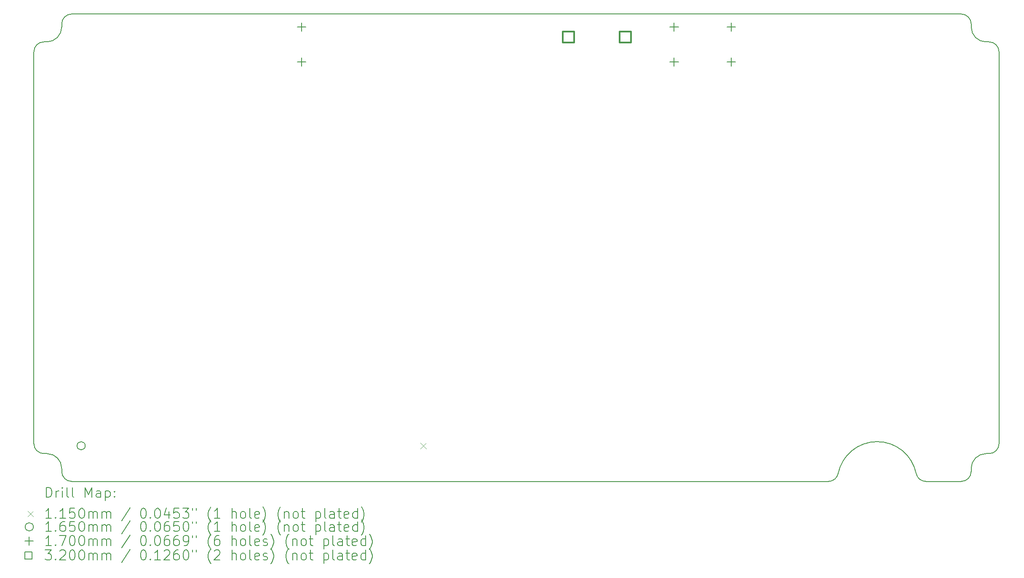
<source format=gbr>
%TF.GenerationSoftware,KiCad,Pcbnew,6.0.10-86aedd382b~118~ubuntu22.04.1*%
%TF.CreationDate,2023-02-15T17:35:33+01:00*%
%TF.ProjectId,bottom-board,626f7474-6f6d-42d6-926f-6172642e6b69,rev?*%
%TF.SameCoordinates,Original*%
%TF.FileFunction,Drillmap*%
%TF.FilePolarity,Positive*%
%FSLAX45Y45*%
G04 Gerber Fmt 4.5, Leading zero omitted, Abs format (unit mm)*
G04 Created by KiCad (PCBNEW 6.0.10-86aedd382b~118~ubuntu22.04.1) date 2023-02-15 17:35:33*
%MOMM*%
%LPD*%
G01*
G04 APERTURE LIST*
%ADD10C,0.200000*%
%ADD11C,0.115000*%
%ADD12C,0.165000*%
%ADD13C,0.170000*%
%ADD14C,0.320000*%
G04 APERTURE END LIST*
D10*
X6091000Y-4703000D02*
X6151000Y-4703000D01*
X6451000Y-13343000D02*
G75*
G03*
X6651000Y-13543000I200000J0D01*
G01*
X6651000Y-4143000D02*
G75*
G03*
X6451000Y-4343000I0J-200000D01*
G01*
X24731000Y-4343000D02*
G75*
G03*
X24531000Y-4143000I-200000J0D01*
G01*
X25291000Y-4903000D02*
X25291000Y-12783000D01*
X23624841Y-13382999D02*
G75*
G03*
X23820925Y-13543000I195959J39999D01*
G01*
X5891000Y-4903000D02*
X5891000Y-12783000D01*
X23624837Y-13383000D02*
G75*
G03*
X22057236Y-13382643I-783837J-160000D01*
G01*
X24731000Y-4403000D02*
G75*
G03*
X25031000Y-4703000I300000J0D01*
G01*
X21861204Y-13543004D02*
G75*
G03*
X22057189Y-13382874I-4J200004D01*
G01*
X24531000Y-13543000D02*
X23820796Y-13543000D01*
X25031000Y-4703000D02*
X25091000Y-4703000D01*
X6451000Y-4403000D02*
X6451000Y-4343000D01*
X24731000Y-4343000D02*
X24731000Y-4403000D01*
X6651000Y-4143000D02*
X24531000Y-4143000D01*
X25031000Y-12983000D02*
G75*
G03*
X24731000Y-13283000I0J-300000D01*
G01*
X6091000Y-4703000D02*
G75*
G03*
X5891000Y-4903000I0J-200000D01*
G01*
X6451000Y-13343000D02*
X6451000Y-13283000D01*
X25291000Y-4903000D02*
G75*
G03*
X25091000Y-4703000I-200000J0D01*
G01*
X6451000Y-13283000D02*
G75*
G03*
X6151000Y-12983000I-300000J0D01*
G01*
X21861204Y-13543000D02*
X6651000Y-13543000D01*
X24531000Y-13543000D02*
G75*
G03*
X24731000Y-13343000I0J200000D01*
G01*
X6091000Y-12983000D02*
X6151000Y-12983000D01*
X25091000Y-12983000D02*
G75*
G03*
X25291000Y-12783000I0J200000D01*
G01*
X5891000Y-12783000D02*
G75*
G03*
X6091000Y-12983000I200000J0D01*
G01*
X25091000Y-12983000D02*
X25031000Y-12983000D01*
X24731000Y-13283000D02*
X24731000Y-13343000D01*
X6151000Y-4703000D02*
G75*
G03*
X6451000Y-4403000I0J300000D01*
G01*
D11*
X13663500Y-12768500D02*
X13778500Y-12883500D01*
X13778500Y-12768500D02*
X13663500Y-12883500D01*
D12*
X6923500Y-12826000D02*
G75*
G03*
X6923500Y-12826000I-82500J0D01*
G01*
D13*
X11271000Y-4318000D02*
X11271000Y-4488000D01*
X11186000Y-4403000D02*
X11356000Y-4403000D01*
X11271000Y-5018000D02*
X11271000Y-5188000D01*
X11186000Y-5103000D02*
X11356000Y-5103000D01*
X18761000Y-4318000D02*
X18761000Y-4488000D01*
X18676000Y-4403000D02*
X18846000Y-4403000D01*
X18761000Y-5018000D02*
X18761000Y-5188000D01*
X18676000Y-5103000D02*
X18846000Y-5103000D01*
X19911000Y-4318000D02*
X19911000Y-4488000D01*
X19826000Y-4403000D02*
X19996000Y-4403000D01*
X19911000Y-5018000D02*
X19911000Y-5188000D01*
X19826000Y-5103000D02*
X19996000Y-5103000D01*
D14*
X16750638Y-4719138D02*
X16750638Y-4492862D01*
X16524362Y-4492862D01*
X16524362Y-4719138D01*
X16750638Y-4719138D01*
X17893638Y-4719138D02*
X17893638Y-4492862D01*
X17667362Y-4492862D01*
X17667362Y-4719138D01*
X17893638Y-4719138D01*
D10*
X6138619Y-13863476D02*
X6138619Y-13663476D01*
X6186238Y-13663476D01*
X6214809Y-13673000D01*
X6233857Y-13692048D01*
X6243381Y-13711095D01*
X6252905Y-13749190D01*
X6252905Y-13777762D01*
X6243381Y-13815857D01*
X6233857Y-13834905D01*
X6214809Y-13853952D01*
X6186238Y-13863476D01*
X6138619Y-13863476D01*
X6338619Y-13863476D02*
X6338619Y-13730143D01*
X6338619Y-13768238D02*
X6348143Y-13749190D01*
X6357667Y-13739667D01*
X6376714Y-13730143D01*
X6395762Y-13730143D01*
X6462428Y-13863476D02*
X6462428Y-13730143D01*
X6462428Y-13663476D02*
X6452905Y-13673000D01*
X6462428Y-13682524D01*
X6471952Y-13673000D01*
X6462428Y-13663476D01*
X6462428Y-13682524D01*
X6586238Y-13863476D02*
X6567190Y-13853952D01*
X6557667Y-13834905D01*
X6557667Y-13663476D01*
X6691000Y-13863476D02*
X6671952Y-13853952D01*
X6662428Y-13834905D01*
X6662428Y-13663476D01*
X6919571Y-13863476D02*
X6919571Y-13663476D01*
X6986238Y-13806333D01*
X7052905Y-13663476D01*
X7052905Y-13863476D01*
X7233857Y-13863476D02*
X7233857Y-13758714D01*
X7224333Y-13739667D01*
X7205286Y-13730143D01*
X7167190Y-13730143D01*
X7148143Y-13739667D01*
X7233857Y-13853952D02*
X7214809Y-13863476D01*
X7167190Y-13863476D01*
X7148143Y-13853952D01*
X7138619Y-13834905D01*
X7138619Y-13815857D01*
X7148143Y-13796809D01*
X7167190Y-13787286D01*
X7214809Y-13787286D01*
X7233857Y-13777762D01*
X7329095Y-13730143D02*
X7329095Y-13930143D01*
X7329095Y-13739667D02*
X7348143Y-13730143D01*
X7386238Y-13730143D01*
X7405286Y-13739667D01*
X7414809Y-13749190D01*
X7424333Y-13768238D01*
X7424333Y-13825381D01*
X7414809Y-13844428D01*
X7405286Y-13853952D01*
X7386238Y-13863476D01*
X7348143Y-13863476D01*
X7329095Y-13853952D01*
X7510048Y-13844428D02*
X7519571Y-13853952D01*
X7510048Y-13863476D01*
X7500524Y-13853952D01*
X7510048Y-13844428D01*
X7510048Y-13863476D01*
X7510048Y-13739667D02*
X7519571Y-13749190D01*
X7510048Y-13758714D01*
X7500524Y-13749190D01*
X7510048Y-13739667D01*
X7510048Y-13758714D01*
D11*
X5766000Y-14135500D02*
X5881000Y-14250500D01*
X5881000Y-14135500D02*
X5766000Y-14250500D01*
D10*
X6243381Y-14283476D02*
X6129095Y-14283476D01*
X6186238Y-14283476D02*
X6186238Y-14083476D01*
X6167190Y-14112048D01*
X6148143Y-14131095D01*
X6129095Y-14140619D01*
X6329095Y-14264428D02*
X6338619Y-14273952D01*
X6329095Y-14283476D01*
X6319571Y-14273952D01*
X6329095Y-14264428D01*
X6329095Y-14283476D01*
X6529095Y-14283476D02*
X6414809Y-14283476D01*
X6471952Y-14283476D02*
X6471952Y-14083476D01*
X6452905Y-14112048D01*
X6433857Y-14131095D01*
X6414809Y-14140619D01*
X6710048Y-14083476D02*
X6614809Y-14083476D01*
X6605286Y-14178714D01*
X6614809Y-14169190D01*
X6633857Y-14159667D01*
X6681476Y-14159667D01*
X6700524Y-14169190D01*
X6710048Y-14178714D01*
X6719571Y-14197762D01*
X6719571Y-14245381D01*
X6710048Y-14264428D01*
X6700524Y-14273952D01*
X6681476Y-14283476D01*
X6633857Y-14283476D01*
X6614809Y-14273952D01*
X6605286Y-14264428D01*
X6843381Y-14083476D02*
X6862428Y-14083476D01*
X6881476Y-14093000D01*
X6891000Y-14102524D01*
X6900524Y-14121571D01*
X6910048Y-14159667D01*
X6910048Y-14207286D01*
X6900524Y-14245381D01*
X6891000Y-14264428D01*
X6881476Y-14273952D01*
X6862428Y-14283476D01*
X6843381Y-14283476D01*
X6824333Y-14273952D01*
X6814809Y-14264428D01*
X6805286Y-14245381D01*
X6795762Y-14207286D01*
X6795762Y-14159667D01*
X6805286Y-14121571D01*
X6814809Y-14102524D01*
X6824333Y-14093000D01*
X6843381Y-14083476D01*
X6995762Y-14283476D02*
X6995762Y-14150143D01*
X6995762Y-14169190D02*
X7005286Y-14159667D01*
X7024333Y-14150143D01*
X7052905Y-14150143D01*
X7071952Y-14159667D01*
X7081476Y-14178714D01*
X7081476Y-14283476D01*
X7081476Y-14178714D02*
X7091000Y-14159667D01*
X7110048Y-14150143D01*
X7138619Y-14150143D01*
X7157667Y-14159667D01*
X7167190Y-14178714D01*
X7167190Y-14283476D01*
X7262428Y-14283476D02*
X7262428Y-14150143D01*
X7262428Y-14169190D02*
X7271952Y-14159667D01*
X7291000Y-14150143D01*
X7319571Y-14150143D01*
X7338619Y-14159667D01*
X7348143Y-14178714D01*
X7348143Y-14283476D01*
X7348143Y-14178714D02*
X7357667Y-14159667D01*
X7376714Y-14150143D01*
X7405286Y-14150143D01*
X7424333Y-14159667D01*
X7433857Y-14178714D01*
X7433857Y-14283476D01*
X7824333Y-14073952D02*
X7652905Y-14331095D01*
X8081476Y-14083476D02*
X8100524Y-14083476D01*
X8119571Y-14093000D01*
X8129095Y-14102524D01*
X8138619Y-14121571D01*
X8148143Y-14159667D01*
X8148143Y-14207286D01*
X8138619Y-14245381D01*
X8129095Y-14264428D01*
X8119571Y-14273952D01*
X8100524Y-14283476D01*
X8081476Y-14283476D01*
X8062428Y-14273952D01*
X8052905Y-14264428D01*
X8043381Y-14245381D01*
X8033857Y-14207286D01*
X8033857Y-14159667D01*
X8043381Y-14121571D01*
X8052905Y-14102524D01*
X8062428Y-14093000D01*
X8081476Y-14083476D01*
X8233857Y-14264428D02*
X8243381Y-14273952D01*
X8233857Y-14283476D01*
X8224333Y-14273952D01*
X8233857Y-14264428D01*
X8233857Y-14283476D01*
X8367190Y-14083476D02*
X8386238Y-14083476D01*
X8405286Y-14093000D01*
X8414810Y-14102524D01*
X8424333Y-14121571D01*
X8433857Y-14159667D01*
X8433857Y-14207286D01*
X8424333Y-14245381D01*
X8414810Y-14264428D01*
X8405286Y-14273952D01*
X8386238Y-14283476D01*
X8367190Y-14283476D01*
X8348143Y-14273952D01*
X8338619Y-14264428D01*
X8329095Y-14245381D01*
X8319571Y-14207286D01*
X8319571Y-14159667D01*
X8329095Y-14121571D01*
X8338619Y-14102524D01*
X8348143Y-14093000D01*
X8367190Y-14083476D01*
X8605286Y-14150143D02*
X8605286Y-14283476D01*
X8557667Y-14073952D02*
X8510048Y-14216809D01*
X8633857Y-14216809D01*
X8805286Y-14083476D02*
X8710048Y-14083476D01*
X8700524Y-14178714D01*
X8710048Y-14169190D01*
X8729095Y-14159667D01*
X8776714Y-14159667D01*
X8795762Y-14169190D01*
X8805286Y-14178714D01*
X8814810Y-14197762D01*
X8814810Y-14245381D01*
X8805286Y-14264428D01*
X8795762Y-14273952D01*
X8776714Y-14283476D01*
X8729095Y-14283476D01*
X8710048Y-14273952D01*
X8700524Y-14264428D01*
X8881476Y-14083476D02*
X9005286Y-14083476D01*
X8938619Y-14159667D01*
X8967190Y-14159667D01*
X8986238Y-14169190D01*
X8995762Y-14178714D01*
X9005286Y-14197762D01*
X9005286Y-14245381D01*
X8995762Y-14264428D01*
X8986238Y-14273952D01*
X8967190Y-14283476D01*
X8910048Y-14283476D01*
X8891000Y-14273952D01*
X8881476Y-14264428D01*
X9081476Y-14083476D02*
X9081476Y-14121571D01*
X9157667Y-14083476D02*
X9157667Y-14121571D01*
X9452905Y-14359667D02*
X9443381Y-14350143D01*
X9424333Y-14321571D01*
X9414810Y-14302524D01*
X9405286Y-14273952D01*
X9395762Y-14226333D01*
X9395762Y-14188238D01*
X9405286Y-14140619D01*
X9414810Y-14112048D01*
X9424333Y-14093000D01*
X9443381Y-14064428D01*
X9452905Y-14054905D01*
X9633857Y-14283476D02*
X9519571Y-14283476D01*
X9576714Y-14283476D02*
X9576714Y-14083476D01*
X9557667Y-14112048D01*
X9538619Y-14131095D01*
X9519571Y-14140619D01*
X9871952Y-14283476D02*
X9871952Y-14083476D01*
X9957667Y-14283476D02*
X9957667Y-14178714D01*
X9948143Y-14159667D01*
X9929095Y-14150143D01*
X9900524Y-14150143D01*
X9881476Y-14159667D01*
X9871952Y-14169190D01*
X10081476Y-14283476D02*
X10062429Y-14273952D01*
X10052905Y-14264428D01*
X10043381Y-14245381D01*
X10043381Y-14188238D01*
X10052905Y-14169190D01*
X10062429Y-14159667D01*
X10081476Y-14150143D01*
X10110048Y-14150143D01*
X10129095Y-14159667D01*
X10138619Y-14169190D01*
X10148143Y-14188238D01*
X10148143Y-14245381D01*
X10138619Y-14264428D01*
X10129095Y-14273952D01*
X10110048Y-14283476D01*
X10081476Y-14283476D01*
X10262429Y-14283476D02*
X10243381Y-14273952D01*
X10233857Y-14254905D01*
X10233857Y-14083476D01*
X10414810Y-14273952D02*
X10395762Y-14283476D01*
X10357667Y-14283476D01*
X10338619Y-14273952D01*
X10329095Y-14254905D01*
X10329095Y-14178714D01*
X10338619Y-14159667D01*
X10357667Y-14150143D01*
X10395762Y-14150143D01*
X10414810Y-14159667D01*
X10424333Y-14178714D01*
X10424333Y-14197762D01*
X10329095Y-14216809D01*
X10491000Y-14359667D02*
X10500524Y-14350143D01*
X10519571Y-14321571D01*
X10529095Y-14302524D01*
X10538619Y-14273952D01*
X10548143Y-14226333D01*
X10548143Y-14188238D01*
X10538619Y-14140619D01*
X10529095Y-14112048D01*
X10519571Y-14093000D01*
X10500524Y-14064428D01*
X10491000Y-14054905D01*
X10852905Y-14359667D02*
X10843381Y-14350143D01*
X10824333Y-14321571D01*
X10814810Y-14302524D01*
X10805286Y-14273952D01*
X10795762Y-14226333D01*
X10795762Y-14188238D01*
X10805286Y-14140619D01*
X10814810Y-14112048D01*
X10824333Y-14093000D01*
X10843381Y-14064428D01*
X10852905Y-14054905D01*
X10929095Y-14150143D02*
X10929095Y-14283476D01*
X10929095Y-14169190D02*
X10938619Y-14159667D01*
X10957667Y-14150143D01*
X10986238Y-14150143D01*
X11005286Y-14159667D01*
X11014810Y-14178714D01*
X11014810Y-14283476D01*
X11138619Y-14283476D02*
X11119571Y-14273952D01*
X11110048Y-14264428D01*
X11100524Y-14245381D01*
X11100524Y-14188238D01*
X11110048Y-14169190D01*
X11119571Y-14159667D01*
X11138619Y-14150143D01*
X11167190Y-14150143D01*
X11186238Y-14159667D01*
X11195762Y-14169190D01*
X11205286Y-14188238D01*
X11205286Y-14245381D01*
X11195762Y-14264428D01*
X11186238Y-14273952D01*
X11167190Y-14283476D01*
X11138619Y-14283476D01*
X11262428Y-14150143D02*
X11338619Y-14150143D01*
X11291000Y-14083476D02*
X11291000Y-14254905D01*
X11300524Y-14273952D01*
X11319571Y-14283476D01*
X11338619Y-14283476D01*
X11557667Y-14150143D02*
X11557667Y-14350143D01*
X11557667Y-14159667D02*
X11576714Y-14150143D01*
X11614809Y-14150143D01*
X11633857Y-14159667D01*
X11643381Y-14169190D01*
X11652905Y-14188238D01*
X11652905Y-14245381D01*
X11643381Y-14264428D01*
X11633857Y-14273952D01*
X11614809Y-14283476D01*
X11576714Y-14283476D01*
X11557667Y-14273952D01*
X11767190Y-14283476D02*
X11748143Y-14273952D01*
X11738619Y-14254905D01*
X11738619Y-14083476D01*
X11929095Y-14283476D02*
X11929095Y-14178714D01*
X11919571Y-14159667D01*
X11900524Y-14150143D01*
X11862428Y-14150143D01*
X11843381Y-14159667D01*
X11929095Y-14273952D02*
X11910048Y-14283476D01*
X11862428Y-14283476D01*
X11843381Y-14273952D01*
X11833857Y-14254905D01*
X11833857Y-14235857D01*
X11843381Y-14216809D01*
X11862428Y-14207286D01*
X11910048Y-14207286D01*
X11929095Y-14197762D01*
X11995762Y-14150143D02*
X12071952Y-14150143D01*
X12024333Y-14083476D02*
X12024333Y-14254905D01*
X12033857Y-14273952D01*
X12052905Y-14283476D01*
X12071952Y-14283476D01*
X12214809Y-14273952D02*
X12195762Y-14283476D01*
X12157667Y-14283476D01*
X12138619Y-14273952D01*
X12129095Y-14254905D01*
X12129095Y-14178714D01*
X12138619Y-14159667D01*
X12157667Y-14150143D01*
X12195762Y-14150143D01*
X12214809Y-14159667D01*
X12224333Y-14178714D01*
X12224333Y-14197762D01*
X12129095Y-14216809D01*
X12395762Y-14283476D02*
X12395762Y-14083476D01*
X12395762Y-14273952D02*
X12376714Y-14283476D01*
X12338619Y-14283476D01*
X12319571Y-14273952D01*
X12310048Y-14264428D01*
X12300524Y-14245381D01*
X12300524Y-14188238D01*
X12310048Y-14169190D01*
X12319571Y-14159667D01*
X12338619Y-14150143D01*
X12376714Y-14150143D01*
X12395762Y-14159667D01*
X12471952Y-14359667D02*
X12481476Y-14350143D01*
X12500524Y-14321571D01*
X12510048Y-14302524D01*
X12519571Y-14273952D01*
X12529095Y-14226333D01*
X12529095Y-14188238D01*
X12519571Y-14140619D01*
X12510048Y-14112048D01*
X12500524Y-14093000D01*
X12481476Y-14064428D01*
X12471952Y-14054905D01*
D12*
X5881000Y-14457000D02*
G75*
G03*
X5881000Y-14457000I-82500J0D01*
G01*
D10*
X6243381Y-14547476D02*
X6129095Y-14547476D01*
X6186238Y-14547476D02*
X6186238Y-14347476D01*
X6167190Y-14376048D01*
X6148143Y-14395095D01*
X6129095Y-14404619D01*
X6329095Y-14528428D02*
X6338619Y-14537952D01*
X6329095Y-14547476D01*
X6319571Y-14537952D01*
X6329095Y-14528428D01*
X6329095Y-14547476D01*
X6510048Y-14347476D02*
X6471952Y-14347476D01*
X6452905Y-14357000D01*
X6443381Y-14366524D01*
X6424333Y-14395095D01*
X6414809Y-14433190D01*
X6414809Y-14509381D01*
X6424333Y-14528428D01*
X6433857Y-14537952D01*
X6452905Y-14547476D01*
X6491000Y-14547476D01*
X6510048Y-14537952D01*
X6519571Y-14528428D01*
X6529095Y-14509381D01*
X6529095Y-14461762D01*
X6519571Y-14442714D01*
X6510048Y-14433190D01*
X6491000Y-14423667D01*
X6452905Y-14423667D01*
X6433857Y-14433190D01*
X6424333Y-14442714D01*
X6414809Y-14461762D01*
X6710048Y-14347476D02*
X6614809Y-14347476D01*
X6605286Y-14442714D01*
X6614809Y-14433190D01*
X6633857Y-14423667D01*
X6681476Y-14423667D01*
X6700524Y-14433190D01*
X6710048Y-14442714D01*
X6719571Y-14461762D01*
X6719571Y-14509381D01*
X6710048Y-14528428D01*
X6700524Y-14537952D01*
X6681476Y-14547476D01*
X6633857Y-14547476D01*
X6614809Y-14537952D01*
X6605286Y-14528428D01*
X6843381Y-14347476D02*
X6862428Y-14347476D01*
X6881476Y-14357000D01*
X6891000Y-14366524D01*
X6900524Y-14385571D01*
X6910048Y-14423667D01*
X6910048Y-14471286D01*
X6900524Y-14509381D01*
X6891000Y-14528428D01*
X6881476Y-14537952D01*
X6862428Y-14547476D01*
X6843381Y-14547476D01*
X6824333Y-14537952D01*
X6814809Y-14528428D01*
X6805286Y-14509381D01*
X6795762Y-14471286D01*
X6795762Y-14423667D01*
X6805286Y-14385571D01*
X6814809Y-14366524D01*
X6824333Y-14357000D01*
X6843381Y-14347476D01*
X6995762Y-14547476D02*
X6995762Y-14414143D01*
X6995762Y-14433190D02*
X7005286Y-14423667D01*
X7024333Y-14414143D01*
X7052905Y-14414143D01*
X7071952Y-14423667D01*
X7081476Y-14442714D01*
X7081476Y-14547476D01*
X7081476Y-14442714D02*
X7091000Y-14423667D01*
X7110048Y-14414143D01*
X7138619Y-14414143D01*
X7157667Y-14423667D01*
X7167190Y-14442714D01*
X7167190Y-14547476D01*
X7262428Y-14547476D02*
X7262428Y-14414143D01*
X7262428Y-14433190D02*
X7271952Y-14423667D01*
X7291000Y-14414143D01*
X7319571Y-14414143D01*
X7338619Y-14423667D01*
X7348143Y-14442714D01*
X7348143Y-14547476D01*
X7348143Y-14442714D02*
X7357667Y-14423667D01*
X7376714Y-14414143D01*
X7405286Y-14414143D01*
X7424333Y-14423667D01*
X7433857Y-14442714D01*
X7433857Y-14547476D01*
X7824333Y-14337952D02*
X7652905Y-14595095D01*
X8081476Y-14347476D02*
X8100524Y-14347476D01*
X8119571Y-14357000D01*
X8129095Y-14366524D01*
X8138619Y-14385571D01*
X8148143Y-14423667D01*
X8148143Y-14471286D01*
X8138619Y-14509381D01*
X8129095Y-14528428D01*
X8119571Y-14537952D01*
X8100524Y-14547476D01*
X8081476Y-14547476D01*
X8062428Y-14537952D01*
X8052905Y-14528428D01*
X8043381Y-14509381D01*
X8033857Y-14471286D01*
X8033857Y-14423667D01*
X8043381Y-14385571D01*
X8052905Y-14366524D01*
X8062428Y-14357000D01*
X8081476Y-14347476D01*
X8233857Y-14528428D02*
X8243381Y-14537952D01*
X8233857Y-14547476D01*
X8224333Y-14537952D01*
X8233857Y-14528428D01*
X8233857Y-14547476D01*
X8367190Y-14347476D02*
X8386238Y-14347476D01*
X8405286Y-14357000D01*
X8414810Y-14366524D01*
X8424333Y-14385571D01*
X8433857Y-14423667D01*
X8433857Y-14471286D01*
X8424333Y-14509381D01*
X8414810Y-14528428D01*
X8405286Y-14537952D01*
X8386238Y-14547476D01*
X8367190Y-14547476D01*
X8348143Y-14537952D01*
X8338619Y-14528428D01*
X8329095Y-14509381D01*
X8319571Y-14471286D01*
X8319571Y-14423667D01*
X8329095Y-14385571D01*
X8338619Y-14366524D01*
X8348143Y-14357000D01*
X8367190Y-14347476D01*
X8605286Y-14347476D02*
X8567190Y-14347476D01*
X8548143Y-14357000D01*
X8538619Y-14366524D01*
X8519571Y-14395095D01*
X8510048Y-14433190D01*
X8510048Y-14509381D01*
X8519571Y-14528428D01*
X8529095Y-14537952D01*
X8548143Y-14547476D01*
X8586238Y-14547476D01*
X8605286Y-14537952D01*
X8614810Y-14528428D01*
X8624333Y-14509381D01*
X8624333Y-14461762D01*
X8614810Y-14442714D01*
X8605286Y-14433190D01*
X8586238Y-14423667D01*
X8548143Y-14423667D01*
X8529095Y-14433190D01*
X8519571Y-14442714D01*
X8510048Y-14461762D01*
X8805286Y-14347476D02*
X8710048Y-14347476D01*
X8700524Y-14442714D01*
X8710048Y-14433190D01*
X8729095Y-14423667D01*
X8776714Y-14423667D01*
X8795762Y-14433190D01*
X8805286Y-14442714D01*
X8814810Y-14461762D01*
X8814810Y-14509381D01*
X8805286Y-14528428D01*
X8795762Y-14537952D01*
X8776714Y-14547476D01*
X8729095Y-14547476D01*
X8710048Y-14537952D01*
X8700524Y-14528428D01*
X8938619Y-14347476D02*
X8957667Y-14347476D01*
X8976714Y-14357000D01*
X8986238Y-14366524D01*
X8995762Y-14385571D01*
X9005286Y-14423667D01*
X9005286Y-14471286D01*
X8995762Y-14509381D01*
X8986238Y-14528428D01*
X8976714Y-14537952D01*
X8957667Y-14547476D01*
X8938619Y-14547476D01*
X8919571Y-14537952D01*
X8910048Y-14528428D01*
X8900524Y-14509381D01*
X8891000Y-14471286D01*
X8891000Y-14423667D01*
X8900524Y-14385571D01*
X8910048Y-14366524D01*
X8919571Y-14357000D01*
X8938619Y-14347476D01*
X9081476Y-14347476D02*
X9081476Y-14385571D01*
X9157667Y-14347476D02*
X9157667Y-14385571D01*
X9452905Y-14623667D02*
X9443381Y-14614143D01*
X9424333Y-14585571D01*
X9414810Y-14566524D01*
X9405286Y-14537952D01*
X9395762Y-14490333D01*
X9395762Y-14452238D01*
X9405286Y-14404619D01*
X9414810Y-14376048D01*
X9424333Y-14357000D01*
X9443381Y-14328428D01*
X9452905Y-14318905D01*
X9633857Y-14547476D02*
X9519571Y-14547476D01*
X9576714Y-14547476D02*
X9576714Y-14347476D01*
X9557667Y-14376048D01*
X9538619Y-14395095D01*
X9519571Y-14404619D01*
X9871952Y-14547476D02*
X9871952Y-14347476D01*
X9957667Y-14547476D02*
X9957667Y-14442714D01*
X9948143Y-14423667D01*
X9929095Y-14414143D01*
X9900524Y-14414143D01*
X9881476Y-14423667D01*
X9871952Y-14433190D01*
X10081476Y-14547476D02*
X10062429Y-14537952D01*
X10052905Y-14528428D01*
X10043381Y-14509381D01*
X10043381Y-14452238D01*
X10052905Y-14433190D01*
X10062429Y-14423667D01*
X10081476Y-14414143D01*
X10110048Y-14414143D01*
X10129095Y-14423667D01*
X10138619Y-14433190D01*
X10148143Y-14452238D01*
X10148143Y-14509381D01*
X10138619Y-14528428D01*
X10129095Y-14537952D01*
X10110048Y-14547476D01*
X10081476Y-14547476D01*
X10262429Y-14547476D02*
X10243381Y-14537952D01*
X10233857Y-14518905D01*
X10233857Y-14347476D01*
X10414810Y-14537952D02*
X10395762Y-14547476D01*
X10357667Y-14547476D01*
X10338619Y-14537952D01*
X10329095Y-14518905D01*
X10329095Y-14442714D01*
X10338619Y-14423667D01*
X10357667Y-14414143D01*
X10395762Y-14414143D01*
X10414810Y-14423667D01*
X10424333Y-14442714D01*
X10424333Y-14461762D01*
X10329095Y-14480809D01*
X10491000Y-14623667D02*
X10500524Y-14614143D01*
X10519571Y-14585571D01*
X10529095Y-14566524D01*
X10538619Y-14537952D01*
X10548143Y-14490333D01*
X10548143Y-14452238D01*
X10538619Y-14404619D01*
X10529095Y-14376048D01*
X10519571Y-14357000D01*
X10500524Y-14328428D01*
X10491000Y-14318905D01*
X10852905Y-14623667D02*
X10843381Y-14614143D01*
X10824333Y-14585571D01*
X10814810Y-14566524D01*
X10805286Y-14537952D01*
X10795762Y-14490333D01*
X10795762Y-14452238D01*
X10805286Y-14404619D01*
X10814810Y-14376048D01*
X10824333Y-14357000D01*
X10843381Y-14328428D01*
X10852905Y-14318905D01*
X10929095Y-14414143D02*
X10929095Y-14547476D01*
X10929095Y-14433190D02*
X10938619Y-14423667D01*
X10957667Y-14414143D01*
X10986238Y-14414143D01*
X11005286Y-14423667D01*
X11014810Y-14442714D01*
X11014810Y-14547476D01*
X11138619Y-14547476D02*
X11119571Y-14537952D01*
X11110048Y-14528428D01*
X11100524Y-14509381D01*
X11100524Y-14452238D01*
X11110048Y-14433190D01*
X11119571Y-14423667D01*
X11138619Y-14414143D01*
X11167190Y-14414143D01*
X11186238Y-14423667D01*
X11195762Y-14433190D01*
X11205286Y-14452238D01*
X11205286Y-14509381D01*
X11195762Y-14528428D01*
X11186238Y-14537952D01*
X11167190Y-14547476D01*
X11138619Y-14547476D01*
X11262428Y-14414143D02*
X11338619Y-14414143D01*
X11291000Y-14347476D02*
X11291000Y-14518905D01*
X11300524Y-14537952D01*
X11319571Y-14547476D01*
X11338619Y-14547476D01*
X11557667Y-14414143D02*
X11557667Y-14614143D01*
X11557667Y-14423667D02*
X11576714Y-14414143D01*
X11614809Y-14414143D01*
X11633857Y-14423667D01*
X11643381Y-14433190D01*
X11652905Y-14452238D01*
X11652905Y-14509381D01*
X11643381Y-14528428D01*
X11633857Y-14537952D01*
X11614809Y-14547476D01*
X11576714Y-14547476D01*
X11557667Y-14537952D01*
X11767190Y-14547476D02*
X11748143Y-14537952D01*
X11738619Y-14518905D01*
X11738619Y-14347476D01*
X11929095Y-14547476D02*
X11929095Y-14442714D01*
X11919571Y-14423667D01*
X11900524Y-14414143D01*
X11862428Y-14414143D01*
X11843381Y-14423667D01*
X11929095Y-14537952D02*
X11910048Y-14547476D01*
X11862428Y-14547476D01*
X11843381Y-14537952D01*
X11833857Y-14518905D01*
X11833857Y-14499857D01*
X11843381Y-14480809D01*
X11862428Y-14471286D01*
X11910048Y-14471286D01*
X11929095Y-14461762D01*
X11995762Y-14414143D02*
X12071952Y-14414143D01*
X12024333Y-14347476D02*
X12024333Y-14518905D01*
X12033857Y-14537952D01*
X12052905Y-14547476D01*
X12071952Y-14547476D01*
X12214809Y-14537952D02*
X12195762Y-14547476D01*
X12157667Y-14547476D01*
X12138619Y-14537952D01*
X12129095Y-14518905D01*
X12129095Y-14442714D01*
X12138619Y-14423667D01*
X12157667Y-14414143D01*
X12195762Y-14414143D01*
X12214809Y-14423667D01*
X12224333Y-14442714D01*
X12224333Y-14461762D01*
X12129095Y-14480809D01*
X12395762Y-14547476D02*
X12395762Y-14347476D01*
X12395762Y-14537952D02*
X12376714Y-14547476D01*
X12338619Y-14547476D01*
X12319571Y-14537952D01*
X12310048Y-14528428D01*
X12300524Y-14509381D01*
X12300524Y-14452238D01*
X12310048Y-14433190D01*
X12319571Y-14423667D01*
X12338619Y-14414143D01*
X12376714Y-14414143D01*
X12395762Y-14423667D01*
X12471952Y-14623667D02*
X12481476Y-14614143D01*
X12500524Y-14585571D01*
X12510048Y-14566524D01*
X12519571Y-14537952D01*
X12529095Y-14490333D01*
X12529095Y-14452238D01*
X12519571Y-14404619D01*
X12510048Y-14376048D01*
X12500524Y-14357000D01*
X12481476Y-14328428D01*
X12471952Y-14318905D01*
D13*
X5796000Y-14657000D02*
X5796000Y-14827000D01*
X5711000Y-14742000D02*
X5881000Y-14742000D01*
D10*
X6243381Y-14832476D02*
X6129095Y-14832476D01*
X6186238Y-14832476D02*
X6186238Y-14632476D01*
X6167190Y-14661048D01*
X6148143Y-14680095D01*
X6129095Y-14689619D01*
X6329095Y-14813428D02*
X6338619Y-14822952D01*
X6329095Y-14832476D01*
X6319571Y-14822952D01*
X6329095Y-14813428D01*
X6329095Y-14832476D01*
X6405286Y-14632476D02*
X6538619Y-14632476D01*
X6452905Y-14832476D01*
X6652905Y-14632476D02*
X6671952Y-14632476D01*
X6691000Y-14642000D01*
X6700524Y-14651524D01*
X6710048Y-14670571D01*
X6719571Y-14708667D01*
X6719571Y-14756286D01*
X6710048Y-14794381D01*
X6700524Y-14813428D01*
X6691000Y-14822952D01*
X6671952Y-14832476D01*
X6652905Y-14832476D01*
X6633857Y-14822952D01*
X6624333Y-14813428D01*
X6614809Y-14794381D01*
X6605286Y-14756286D01*
X6605286Y-14708667D01*
X6614809Y-14670571D01*
X6624333Y-14651524D01*
X6633857Y-14642000D01*
X6652905Y-14632476D01*
X6843381Y-14632476D02*
X6862428Y-14632476D01*
X6881476Y-14642000D01*
X6891000Y-14651524D01*
X6900524Y-14670571D01*
X6910048Y-14708667D01*
X6910048Y-14756286D01*
X6900524Y-14794381D01*
X6891000Y-14813428D01*
X6881476Y-14822952D01*
X6862428Y-14832476D01*
X6843381Y-14832476D01*
X6824333Y-14822952D01*
X6814809Y-14813428D01*
X6805286Y-14794381D01*
X6795762Y-14756286D01*
X6795762Y-14708667D01*
X6805286Y-14670571D01*
X6814809Y-14651524D01*
X6824333Y-14642000D01*
X6843381Y-14632476D01*
X6995762Y-14832476D02*
X6995762Y-14699143D01*
X6995762Y-14718190D02*
X7005286Y-14708667D01*
X7024333Y-14699143D01*
X7052905Y-14699143D01*
X7071952Y-14708667D01*
X7081476Y-14727714D01*
X7081476Y-14832476D01*
X7081476Y-14727714D02*
X7091000Y-14708667D01*
X7110048Y-14699143D01*
X7138619Y-14699143D01*
X7157667Y-14708667D01*
X7167190Y-14727714D01*
X7167190Y-14832476D01*
X7262428Y-14832476D02*
X7262428Y-14699143D01*
X7262428Y-14718190D02*
X7271952Y-14708667D01*
X7291000Y-14699143D01*
X7319571Y-14699143D01*
X7338619Y-14708667D01*
X7348143Y-14727714D01*
X7348143Y-14832476D01*
X7348143Y-14727714D02*
X7357667Y-14708667D01*
X7376714Y-14699143D01*
X7405286Y-14699143D01*
X7424333Y-14708667D01*
X7433857Y-14727714D01*
X7433857Y-14832476D01*
X7824333Y-14622952D02*
X7652905Y-14880095D01*
X8081476Y-14632476D02*
X8100524Y-14632476D01*
X8119571Y-14642000D01*
X8129095Y-14651524D01*
X8138619Y-14670571D01*
X8148143Y-14708667D01*
X8148143Y-14756286D01*
X8138619Y-14794381D01*
X8129095Y-14813428D01*
X8119571Y-14822952D01*
X8100524Y-14832476D01*
X8081476Y-14832476D01*
X8062428Y-14822952D01*
X8052905Y-14813428D01*
X8043381Y-14794381D01*
X8033857Y-14756286D01*
X8033857Y-14708667D01*
X8043381Y-14670571D01*
X8052905Y-14651524D01*
X8062428Y-14642000D01*
X8081476Y-14632476D01*
X8233857Y-14813428D02*
X8243381Y-14822952D01*
X8233857Y-14832476D01*
X8224333Y-14822952D01*
X8233857Y-14813428D01*
X8233857Y-14832476D01*
X8367190Y-14632476D02*
X8386238Y-14632476D01*
X8405286Y-14642000D01*
X8414810Y-14651524D01*
X8424333Y-14670571D01*
X8433857Y-14708667D01*
X8433857Y-14756286D01*
X8424333Y-14794381D01*
X8414810Y-14813428D01*
X8405286Y-14822952D01*
X8386238Y-14832476D01*
X8367190Y-14832476D01*
X8348143Y-14822952D01*
X8338619Y-14813428D01*
X8329095Y-14794381D01*
X8319571Y-14756286D01*
X8319571Y-14708667D01*
X8329095Y-14670571D01*
X8338619Y-14651524D01*
X8348143Y-14642000D01*
X8367190Y-14632476D01*
X8605286Y-14632476D02*
X8567190Y-14632476D01*
X8548143Y-14642000D01*
X8538619Y-14651524D01*
X8519571Y-14680095D01*
X8510048Y-14718190D01*
X8510048Y-14794381D01*
X8519571Y-14813428D01*
X8529095Y-14822952D01*
X8548143Y-14832476D01*
X8586238Y-14832476D01*
X8605286Y-14822952D01*
X8614810Y-14813428D01*
X8624333Y-14794381D01*
X8624333Y-14746762D01*
X8614810Y-14727714D01*
X8605286Y-14718190D01*
X8586238Y-14708667D01*
X8548143Y-14708667D01*
X8529095Y-14718190D01*
X8519571Y-14727714D01*
X8510048Y-14746762D01*
X8795762Y-14632476D02*
X8757667Y-14632476D01*
X8738619Y-14642000D01*
X8729095Y-14651524D01*
X8710048Y-14680095D01*
X8700524Y-14718190D01*
X8700524Y-14794381D01*
X8710048Y-14813428D01*
X8719571Y-14822952D01*
X8738619Y-14832476D01*
X8776714Y-14832476D01*
X8795762Y-14822952D01*
X8805286Y-14813428D01*
X8814810Y-14794381D01*
X8814810Y-14746762D01*
X8805286Y-14727714D01*
X8795762Y-14718190D01*
X8776714Y-14708667D01*
X8738619Y-14708667D01*
X8719571Y-14718190D01*
X8710048Y-14727714D01*
X8700524Y-14746762D01*
X8910048Y-14832476D02*
X8948143Y-14832476D01*
X8967190Y-14822952D01*
X8976714Y-14813428D01*
X8995762Y-14784857D01*
X9005286Y-14746762D01*
X9005286Y-14670571D01*
X8995762Y-14651524D01*
X8986238Y-14642000D01*
X8967190Y-14632476D01*
X8929095Y-14632476D01*
X8910048Y-14642000D01*
X8900524Y-14651524D01*
X8891000Y-14670571D01*
X8891000Y-14718190D01*
X8900524Y-14737238D01*
X8910048Y-14746762D01*
X8929095Y-14756286D01*
X8967190Y-14756286D01*
X8986238Y-14746762D01*
X8995762Y-14737238D01*
X9005286Y-14718190D01*
X9081476Y-14632476D02*
X9081476Y-14670571D01*
X9157667Y-14632476D02*
X9157667Y-14670571D01*
X9452905Y-14908667D02*
X9443381Y-14899143D01*
X9424333Y-14870571D01*
X9414810Y-14851524D01*
X9405286Y-14822952D01*
X9395762Y-14775333D01*
X9395762Y-14737238D01*
X9405286Y-14689619D01*
X9414810Y-14661048D01*
X9424333Y-14642000D01*
X9443381Y-14613428D01*
X9452905Y-14603905D01*
X9614810Y-14632476D02*
X9576714Y-14632476D01*
X9557667Y-14642000D01*
X9548143Y-14651524D01*
X9529095Y-14680095D01*
X9519571Y-14718190D01*
X9519571Y-14794381D01*
X9529095Y-14813428D01*
X9538619Y-14822952D01*
X9557667Y-14832476D01*
X9595762Y-14832476D01*
X9614810Y-14822952D01*
X9624333Y-14813428D01*
X9633857Y-14794381D01*
X9633857Y-14746762D01*
X9624333Y-14727714D01*
X9614810Y-14718190D01*
X9595762Y-14708667D01*
X9557667Y-14708667D01*
X9538619Y-14718190D01*
X9529095Y-14727714D01*
X9519571Y-14746762D01*
X9871952Y-14832476D02*
X9871952Y-14632476D01*
X9957667Y-14832476D02*
X9957667Y-14727714D01*
X9948143Y-14708667D01*
X9929095Y-14699143D01*
X9900524Y-14699143D01*
X9881476Y-14708667D01*
X9871952Y-14718190D01*
X10081476Y-14832476D02*
X10062429Y-14822952D01*
X10052905Y-14813428D01*
X10043381Y-14794381D01*
X10043381Y-14737238D01*
X10052905Y-14718190D01*
X10062429Y-14708667D01*
X10081476Y-14699143D01*
X10110048Y-14699143D01*
X10129095Y-14708667D01*
X10138619Y-14718190D01*
X10148143Y-14737238D01*
X10148143Y-14794381D01*
X10138619Y-14813428D01*
X10129095Y-14822952D01*
X10110048Y-14832476D01*
X10081476Y-14832476D01*
X10262429Y-14832476D02*
X10243381Y-14822952D01*
X10233857Y-14803905D01*
X10233857Y-14632476D01*
X10414810Y-14822952D02*
X10395762Y-14832476D01*
X10357667Y-14832476D01*
X10338619Y-14822952D01*
X10329095Y-14803905D01*
X10329095Y-14727714D01*
X10338619Y-14708667D01*
X10357667Y-14699143D01*
X10395762Y-14699143D01*
X10414810Y-14708667D01*
X10424333Y-14727714D01*
X10424333Y-14746762D01*
X10329095Y-14765809D01*
X10500524Y-14822952D02*
X10519571Y-14832476D01*
X10557667Y-14832476D01*
X10576714Y-14822952D01*
X10586238Y-14803905D01*
X10586238Y-14794381D01*
X10576714Y-14775333D01*
X10557667Y-14765809D01*
X10529095Y-14765809D01*
X10510048Y-14756286D01*
X10500524Y-14737238D01*
X10500524Y-14727714D01*
X10510048Y-14708667D01*
X10529095Y-14699143D01*
X10557667Y-14699143D01*
X10576714Y-14708667D01*
X10652905Y-14908667D02*
X10662429Y-14899143D01*
X10681476Y-14870571D01*
X10691000Y-14851524D01*
X10700524Y-14822952D01*
X10710048Y-14775333D01*
X10710048Y-14737238D01*
X10700524Y-14689619D01*
X10691000Y-14661048D01*
X10681476Y-14642000D01*
X10662429Y-14613428D01*
X10652905Y-14603905D01*
X11014810Y-14908667D02*
X11005286Y-14899143D01*
X10986238Y-14870571D01*
X10976714Y-14851524D01*
X10967190Y-14822952D01*
X10957667Y-14775333D01*
X10957667Y-14737238D01*
X10967190Y-14689619D01*
X10976714Y-14661048D01*
X10986238Y-14642000D01*
X11005286Y-14613428D01*
X11014810Y-14603905D01*
X11091000Y-14699143D02*
X11091000Y-14832476D01*
X11091000Y-14718190D02*
X11100524Y-14708667D01*
X11119571Y-14699143D01*
X11148143Y-14699143D01*
X11167190Y-14708667D01*
X11176714Y-14727714D01*
X11176714Y-14832476D01*
X11300524Y-14832476D02*
X11281476Y-14822952D01*
X11271952Y-14813428D01*
X11262428Y-14794381D01*
X11262428Y-14737238D01*
X11271952Y-14718190D01*
X11281476Y-14708667D01*
X11300524Y-14699143D01*
X11329095Y-14699143D01*
X11348143Y-14708667D01*
X11357667Y-14718190D01*
X11367190Y-14737238D01*
X11367190Y-14794381D01*
X11357667Y-14813428D01*
X11348143Y-14822952D01*
X11329095Y-14832476D01*
X11300524Y-14832476D01*
X11424333Y-14699143D02*
X11500524Y-14699143D01*
X11452905Y-14632476D02*
X11452905Y-14803905D01*
X11462428Y-14822952D01*
X11481476Y-14832476D01*
X11500524Y-14832476D01*
X11719571Y-14699143D02*
X11719571Y-14899143D01*
X11719571Y-14708667D02*
X11738619Y-14699143D01*
X11776714Y-14699143D01*
X11795762Y-14708667D01*
X11805286Y-14718190D01*
X11814809Y-14737238D01*
X11814809Y-14794381D01*
X11805286Y-14813428D01*
X11795762Y-14822952D01*
X11776714Y-14832476D01*
X11738619Y-14832476D01*
X11719571Y-14822952D01*
X11929095Y-14832476D02*
X11910048Y-14822952D01*
X11900524Y-14803905D01*
X11900524Y-14632476D01*
X12091000Y-14832476D02*
X12091000Y-14727714D01*
X12081476Y-14708667D01*
X12062428Y-14699143D01*
X12024333Y-14699143D01*
X12005286Y-14708667D01*
X12091000Y-14822952D02*
X12071952Y-14832476D01*
X12024333Y-14832476D01*
X12005286Y-14822952D01*
X11995762Y-14803905D01*
X11995762Y-14784857D01*
X12005286Y-14765809D01*
X12024333Y-14756286D01*
X12071952Y-14756286D01*
X12091000Y-14746762D01*
X12157667Y-14699143D02*
X12233857Y-14699143D01*
X12186238Y-14632476D02*
X12186238Y-14803905D01*
X12195762Y-14822952D01*
X12214809Y-14832476D01*
X12233857Y-14832476D01*
X12376714Y-14822952D02*
X12357667Y-14832476D01*
X12319571Y-14832476D01*
X12300524Y-14822952D01*
X12291000Y-14803905D01*
X12291000Y-14727714D01*
X12300524Y-14708667D01*
X12319571Y-14699143D01*
X12357667Y-14699143D01*
X12376714Y-14708667D01*
X12386238Y-14727714D01*
X12386238Y-14746762D01*
X12291000Y-14765809D01*
X12557667Y-14832476D02*
X12557667Y-14632476D01*
X12557667Y-14822952D02*
X12538619Y-14832476D01*
X12500524Y-14832476D01*
X12481476Y-14822952D01*
X12471952Y-14813428D01*
X12462428Y-14794381D01*
X12462428Y-14737238D01*
X12471952Y-14718190D01*
X12481476Y-14708667D01*
X12500524Y-14699143D01*
X12538619Y-14699143D01*
X12557667Y-14708667D01*
X12633857Y-14908667D02*
X12643381Y-14899143D01*
X12662428Y-14870571D01*
X12671952Y-14851524D01*
X12681476Y-14822952D01*
X12691000Y-14775333D01*
X12691000Y-14737238D01*
X12681476Y-14689619D01*
X12671952Y-14661048D01*
X12662428Y-14642000D01*
X12643381Y-14613428D01*
X12633857Y-14603905D01*
X5851711Y-15102711D02*
X5851711Y-14961289D01*
X5710289Y-14961289D01*
X5710289Y-15102711D01*
X5851711Y-15102711D01*
X6119571Y-14922476D02*
X6243381Y-14922476D01*
X6176714Y-14998667D01*
X6205286Y-14998667D01*
X6224333Y-15008190D01*
X6233857Y-15017714D01*
X6243381Y-15036762D01*
X6243381Y-15084381D01*
X6233857Y-15103428D01*
X6224333Y-15112952D01*
X6205286Y-15122476D01*
X6148143Y-15122476D01*
X6129095Y-15112952D01*
X6119571Y-15103428D01*
X6329095Y-15103428D02*
X6338619Y-15112952D01*
X6329095Y-15122476D01*
X6319571Y-15112952D01*
X6329095Y-15103428D01*
X6329095Y-15122476D01*
X6414809Y-14941524D02*
X6424333Y-14932000D01*
X6443381Y-14922476D01*
X6491000Y-14922476D01*
X6510048Y-14932000D01*
X6519571Y-14941524D01*
X6529095Y-14960571D01*
X6529095Y-14979619D01*
X6519571Y-15008190D01*
X6405286Y-15122476D01*
X6529095Y-15122476D01*
X6652905Y-14922476D02*
X6671952Y-14922476D01*
X6691000Y-14932000D01*
X6700524Y-14941524D01*
X6710048Y-14960571D01*
X6719571Y-14998667D01*
X6719571Y-15046286D01*
X6710048Y-15084381D01*
X6700524Y-15103428D01*
X6691000Y-15112952D01*
X6671952Y-15122476D01*
X6652905Y-15122476D01*
X6633857Y-15112952D01*
X6624333Y-15103428D01*
X6614809Y-15084381D01*
X6605286Y-15046286D01*
X6605286Y-14998667D01*
X6614809Y-14960571D01*
X6624333Y-14941524D01*
X6633857Y-14932000D01*
X6652905Y-14922476D01*
X6843381Y-14922476D02*
X6862428Y-14922476D01*
X6881476Y-14932000D01*
X6891000Y-14941524D01*
X6900524Y-14960571D01*
X6910048Y-14998667D01*
X6910048Y-15046286D01*
X6900524Y-15084381D01*
X6891000Y-15103428D01*
X6881476Y-15112952D01*
X6862428Y-15122476D01*
X6843381Y-15122476D01*
X6824333Y-15112952D01*
X6814809Y-15103428D01*
X6805286Y-15084381D01*
X6795762Y-15046286D01*
X6795762Y-14998667D01*
X6805286Y-14960571D01*
X6814809Y-14941524D01*
X6824333Y-14932000D01*
X6843381Y-14922476D01*
X6995762Y-15122476D02*
X6995762Y-14989143D01*
X6995762Y-15008190D02*
X7005286Y-14998667D01*
X7024333Y-14989143D01*
X7052905Y-14989143D01*
X7071952Y-14998667D01*
X7081476Y-15017714D01*
X7081476Y-15122476D01*
X7081476Y-15017714D02*
X7091000Y-14998667D01*
X7110048Y-14989143D01*
X7138619Y-14989143D01*
X7157667Y-14998667D01*
X7167190Y-15017714D01*
X7167190Y-15122476D01*
X7262428Y-15122476D02*
X7262428Y-14989143D01*
X7262428Y-15008190D02*
X7271952Y-14998667D01*
X7291000Y-14989143D01*
X7319571Y-14989143D01*
X7338619Y-14998667D01*
X7348143Y-15017714D01*
X7348143Y-15122476D01*
X7348143Y-15017714D02*
X7357667Y-14998667D01*
X7376714Y-14989143D01*
X7405286Y-14989143D01*
X7424333Y-14998667D01*
X7433857Y-15017714D01*
X7433857Y-15122476D01*
X7824333Y-14912952D02*
X7652905Y-15170095D01*
X8081476Y-14922476D02*
X8100524Y-14922476D01*
X8119571Y-14932000D01*
X8129095Y-14941524D01*
X8138619Y-14960571D01*
X8148143Y-14998667D01*
X8148143Y-15046286D01*
X8138619Y-15084381D01*
X8129095Y-15103428D01*
X8119571Y-15112952D01*
X8100524Y-15122476D01*
X8081476Y-15122476D01*
X8062428Y-15112952D01*
X8052905Y-15103428D01*
X8043381Y-15084381D01*
X8033857Y-15046286D01*
X8033857Y-14998667D01*
X8043381Y-14960571D01*
X8052905Y-14941524D01*
X8062428Y-14932000D01*
X8081476Y-14922476D01*
X8233857Y-15103428D02*
X8243381Y-15112952D01*
X8233857Y-15122476D01*
X8224333Y-15112952D01*
X8233857Y-15103428D01*
X8233857Y-15122476D01*
X8433857Y-15122476D02*
X8319571Y-15122476D01*
X8376714Y-15122476D02*
X8376714Y-14922476D01*
X8357667Y-14951048D01*
X8338619Y-14970095D01*
X8319571Y-14979619D01*
X8510048Y-14941524D02*
X8519571Y-14932000D01*
X8538619Y-14922476D01*
X8586238Y-14922476D01*
X8605286Y-14932000D01*
X8614810Y-14941524D01*
X8624333Y-14960571D01*
X8624333Y-14979619D01*
X8614810Y-15008190D01*
X8500524Y-15122476D01*
X8624333Y-15122476D01*
X8795762Y-14922476D02*
X8757667Y-14922476D01*
X8738619Y-14932000D01*
X8729095Y-14941524D01*
X8710048Y-14970095D01*
X8700524Y-15008190D01*
X8700524Y-15084381D01*
X8710048Y-15103428D01*
X8719571Y-15112952D01*
X8738619Y-15122476D01*
X8776714Y-15122476D01*
X8795762Y-15112952D01*
X8805286Y-15103428D01*
X8814810Y-15084381D01*
X8814810Y-15036762D01*
X8805286Y-15017714D01*
X8795762Y-15008190D01*
X8776714Y-14998667D01*
X8738619Y-14998667D01*
X8719571Y-15008190D01*
X8710048Y-15017714D01*
X8700524Y-15036762D01*
X8938619Y-14922476D02*
X8957667Y-14922476D01*
X8976714Y-14932000D01*
X8986238Y-14941524D01*
X8995762Y-14960571D01*
X9005286Y-14998667D01*
X9005286Y-15046286D01*
X8995762Y-15084381D01*
X8986238Y-15103428D01*
X8976714Y-15112952D01*
X8957667Y-15122476D01*
X8938619Y-15122476D01*
X8919571Y-15112952D01*
X8910048Y-15103428D01*
X8900524Y-15084381D01*
X8891000Y-15046286D01*
X8891000Y-14998667D01*
X8900524Y-14960571D01*
X8910048Y-14941524D01*
X8919571Y-14932000D01*
X8938619Y-14922476D01*
X9081476Y-14922476D02*
X9081476Y-14960571D01*
X9157667Y-14922476D02*
X9157667Y-14960571D01*
X9452905Y-15198667D02*
X9443381Y-15189143D01*
X9424333Y-15160571D01*
X9414810Y-15141524D01*
X9405286Y-15112952D01*
X9395762Y-15065333D01*
X9395762Y-15027238D01*
X9405286Y-14979619D01*
X9414810Y-14951048D01*
X9424333Y-14932000D01*
X9443381Y-14903428D01*
X9452905Y-14893905D01*
X9519571Y-14941524D02*
X9529095Y-14932000D01*
X9548143Y-14922476D01*
X9595762Y-14922476D01*
X9614810Y-14932000D01*
X9624333Y-14941524D01*
X9633857Y-14960571D01*
X9633857Y-14979619D01*
X9624333Y-15008190D01*
X9510048Y-15122476D01*
X9633857Y-15122476D01*
X9871952Y-15122476D02*
X9871952Y-14922476D01*
X9957667Y-15122476D02*
X9957667Y-15017714D01*
X9948143Y-14998667D01*
X9929095Y-14989143D01*
X9900524Y-14989143D01*
X9881476Y-14998667D01*
X9871952Y-15008190D01*
X10081476Y-15122476D02*
X10062429Y-15112952D01*
X10052905Y-15103428D01*
X10043381Y-15084381D01*
X10043381Y-15027238D01*
X10052905Y-15008190D01*
X10062429Y-14998667D01*
X10081476Y-14989143D01*
X10110048Y-14989143D01*
X10129095Y-14998667D01*
X10138619Y-15008190D01*
X10148143Y-15027238D01*
X10148143Y-15084381D01*
X10138619Y-15103428D01*
X10129095Y-15112952D01*
X10110048Y-15122476D01*
X10081476Y-15122476D01*
X10262429Y-15122476D02*
X10243381Y-15112952D01*
X10233857Y-15093905D01*
X10233857Y-14922476D01*
X10414810Y-15112952D02*
X10395762Y-15122476D01*
X10357667Y-15122476D01*
X10338619Y-15112952D01*
X10329095Y-15093905D01*
X10329095Y-15017714D01*
X10338619Y-14998667D01*
X10357667Y-14989143D01*
X10395762Y-14989143D01*
X10414810Y-14998667D01*
X10424333Y-15017714D01*
X10424333Y-15036762D01*
X10329095Y-15055809D01*
X10500524Y-15112952D02*
X10519571Y-15122476D01*
X10557667Y-15122476D01*
X10576714Y-15112952D01*
X10586238Y-15093905D01*
X10586238Y-15084381D01*
X10576714Y-15065333D01*
X10557667Y-15055809D01*
X10529095Y-15055809D01*
X10510048Y-15046286D01*
X10500524Y-15027238D01*
X10500524Y-15017714D01*
X10510048Y-14998667D01*
X10529095Y-14989143D01*
X10557667Y-14989143D01*
X10576714Y-14998667D01*
X10652905Y-15198667D02*
X10662429Y-15189143D01*
X10681476Y-15160571D01*
X10691000Y-15141524D01*
X10700524Y-15112952D01*
X10710048Y-15065333D01*
X10710048Y-15027238D01*
X10700524Y-14979619D01*
X10691000Y-14951048D01*
X10681476Y-14932000D01*
X10662429Y-14903428D01*
X10652905Y-14893905D01*
X11014810Y-15198667D02*
X11005286Y-15189143D01*
X10986238Y-15160571D01*
X10976714Y-15141524D01*
X10967190Y-15112952D01*
X10957667Y-15065333D01*
X10957667Y-15027238D01*
X10967190Y-14979619D01*
X10976714Y-14951048D01*
X10986238Y-14932000D01*
X11005286Y-14903428D01*
X11014810Y-14893905D01*
X11091000Y-14989143D02*
X11091000Y-15122476D01*
X11091000Y-15008190D02*
X11100524Y-14998667D01*
X11119571Y-14989143D01*
X11148143Y-14989143D01*
X11167190Y-14998667D01*
X11176714Y-15017714D01*
X11176714Y-15122476D01*
X11300524Y-15122476D02*
X11281476Y-15112952D01*
X11271952Y-15103428D01*
X11262428Y-15084381D01*
X11262428Y-15027238D01*
X11271952Y-15008190D01*
X11281476Y-14998667D01*
X11300524Y-14989143D01*
X11329095Y-14989143D01*
X11348143Y-14998667D01*
X11357667Y-15008190D01*
X11367190Y-15027238D01*
X11367190Y-15084381D01*
X11357667Y-15103428D01*
X11348143Y-15112952D01*
X11329095Y-15122476D01*
X11300524Y-15122476D01*
X11424333Y-14989143D02*
X11500524Y-14989143D01*
X11452905Y-14922476D02*
X11452905Y-15093905D01*
X11462428Y-15112952D01*
X11481476Y-15122476D01*
X11500524Y-15122476D01*
X11719571Y-14989143D02*
X11719571Y-15189143D01*
X11719571Y-14998667D02*
X11738619Y-14989143D01*
X11776714Y-14989143D01*
X11795762Y-14998667D01*
X11805286Y-15008190D01*
X11814809Y-15027238D01*
X11814809Y-15084381D01*
X11805286Y-15103428D01*
X11795762Y-15112952D01*
X11776714Y-15122476D01*
X11738619Y-15122476D01*
X11719571Y-15112952D01*
X11929095Y-15122476D02*
X11910048Y-15112952D01*
X11900524Y-15093905D01*
X11900524Y-14922476D01*
X12091000Y-15122476D02*
X12091000Y-15017714D01*
X12081476Y-14998667D01*
X12062428Y-14989143D01*
X12024333Y-14989143D01*
X12005286Y-14998667D01*
X12091000Y-15112952D02*
X12071952Y-15122476D01*
X12024333Y-15122476D01*
X12005286Y-15112952D01*
X11995762Y-15093905D01*
X11995762Y-15074857D01*
X12005286Y-15055809D01*
X12024333Y-15046286D01*
X12071952Y-15046286D01*
X12091000Y-15036762D01*
X12157667Y-14989143D02*
X12233857Y-14989143D01*
X12186238Y-14922476D02*
X12186238Y-15093905D01*
X12195762Y-15112952D01*
X12214809Y-15122476D01*
X12233857Y-15122476D01*
X12376714Y-15112952D02*
X12357667Y-15122476D01*
X12319571Y-15122476D01*
X12300524Y-15112952D01*
X12291000Y-15093905D01*
X12291000Y-15017714D01*
X12300524Y-14998667D01*
X12319571Y-14989143D01*
X12357667Y-14989143D01*
X12376714Y-14998667D01*
X12386238Y-15017714D01*
X12386238Y-15036762D01*
X12291000Y-15055809D01*
X12557667Y-15122476D02*
X12557667Y-14922476D01*
X12557667Y-15112952D02*
X12538619Y-15122476D01*
X12500524Y-15122476D01*
X12481476Y-15112952D01*
X12471952Y-15103428D01*
X12462428Y-15084381D01*
X12462428Y-15027238D01*
X12471952Y-15008190D01*
X12481476Y-14998667D01*
X12500524Y-14989143D01*
X12538619Y-14989143D01*
X12557667Y-14998667D01*
X12633857Y-15198667D02*
X12643381Y-15189143D01*
X12662428Y-15160571D01*
X12671952Y-15141524D01*
X12681476Y-15112952D01*
X12691000Y-15065333D01*
X12691000Y-15027238D01*
X12681476Y-14979619D01*
X12671952Y-14951048D01*
X12662428Y-14932000D01*
X12643381Y-14903428D01*
X12633857Y-14893905D01*
M02*

</source>
